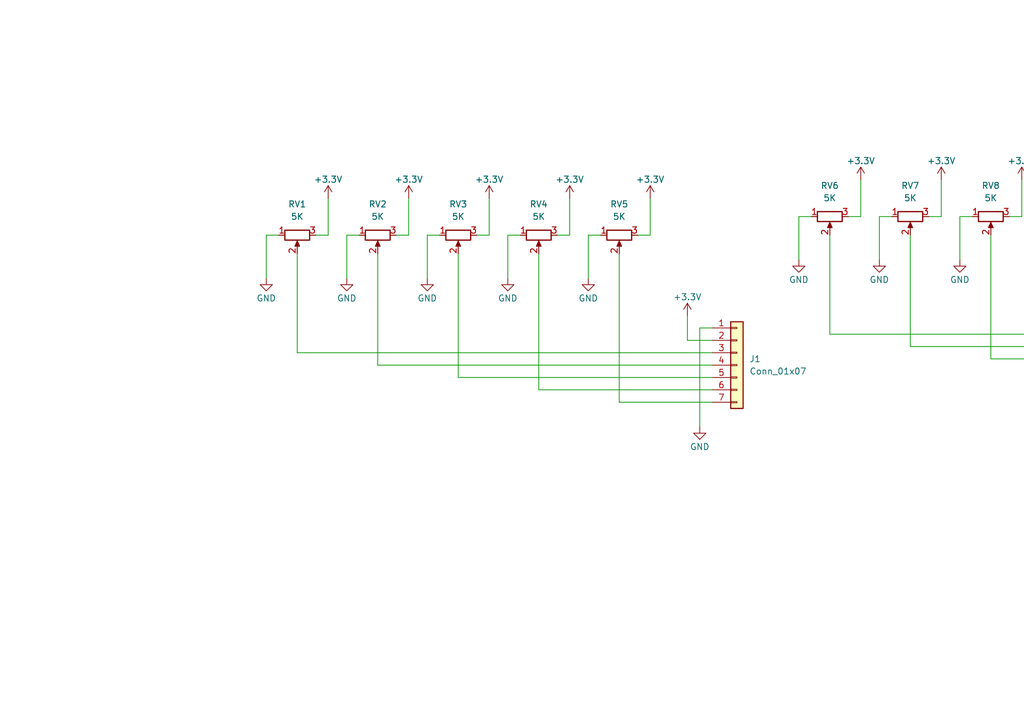
<source format=kicad_sch>
(kicad_sch (version 20231120) (generator "eeschema") (generator_version "8.0")
  (paper "A5")
  (lib_symbols
    (symbol "Connector_Generic:Conn_01x07" (pin_names (offset 1.016) hide)
      (property "Reference" "J" (at 0 10.16 0))
      (property "Value" "Conn_01x07" (at 0 -10.16 0))
      (symbol "Conn_01x07_1_1"
        (rectangle (start -1.27 -7.493) (end 0 -7.747) (stroke (width 0.1524)))
        (rectangle (start -1.27 -4.953) (end 0 -5.207) (stroke (width 0.1524)))
        (rectangle (start -1.27 -2.413) (end 0 -2.667) (stroke (width 0.1524)))
        (rectangle (start -1.27 0.127) (end 0 -0.127) (stroke (width 0.1524)))
        (rectangle (start -1.27 2.667) (end 0 2.413) (stroke (width 0.1524)))
        (rectangle (start -1.27 5.207) (end 0 4.953) (stroke (width 0.1524)))
        (rectangle (start -1.27 7.747) (end 0 7.493) (stroke (width 0.1524)))
        (rectangle (start -1.27 8.89) (end 1.27 -8.89) (stroke (width 0.254)) (fill (type background)))
        (pin passive line (at -5.08 7.62 0) (length 3.81) (name "Pin_1") (number "1"))
        (pin passive line (at -5.08 5.08 0) (length 3.81) (name "Pin_2") (number "2"))
        (pin passive line (at -5.08 2.54 0) (length 3.81) (name "Pin_3") (number "3"))
        (pin passive line (at -5.08 0 0) (length 3.81) (name "Pin_4") (number "4"))
        (pin passive line (at -5.08 -2.54 0) (length 3.81) (name "Pin_5") (number "5"))
        (pin passive line (at -5.08 -5.08 0) (length 3.81) (name "Pin_6") (number "6"))
        (pin passive line (at -5.08 -7.62 0) (length 3.81) (name "Pin_7") (number "7"))
      )
    )
    (symbol "Device:R_Potentiometer" (pin_names (offset 1.016) hide)
      (property "Reference" "RV" (at -4.445 0 90))
      (property "Value" "R_Potentiometer" (at -2.54 0 90))
      (symbol "R_Potentiometer_0_1"
        (polyline (pts (xy 2.54 0) (xy 1.524 0)))
        (polyline (pts (xy 1.143 0) (xy 2.286 0.508) (xy 2.286 -0.508) (xy 1.143 0)) (fill (type outline)))
        (rectangle (start 1.016 2.54) (end -1.016 -2.54) (stroke (width 0.254)))
      )
      (symbol "R_Potentiometer_1_1"
        (pin passive line (at 0 3.81 270) (length 1.27) (name "1") (number "1"))
        (pin passive line (at 3.81 0 180) (length 1.27) (name "2") (number "2"))
        (pin passive line (at 0 -3.81 90) (length 1.27) (name "3") (number "3"))
      )
    )
    (symbol "power:+3.3V" (power) (pin_numbers hide) (pin_names (offset 0) hide)
      (property "Value" "+3.3V" (at 0 3.556 0))
      (symbol "+3.3V_0_1"
        (polyline (pts (xy -0.762 1.27) (xy 0 2.54)))
        (polyline (pts (xy 0 0) (xy 0 2.54)))
        (polyline (pts (xy 0 2.54) (xy 0.762 1.27)))
      )
      (symbol "+3.3V_1_1"
        (pin power_in line (at 0 0 90) (length 0) (name "~") (number "1"))
      )
    )
    (symbol "power:GND" (power) (pin_numbers hide) (pin_names (offset 0) hide)
      (property "Value" "GND" (at 0 -3.81 0))
      (symbol "GND_0_1"
        (polyline (pts (xy 0 0) (xy 0 -1.27) (xy 1.27 -1.27) (xy 0 -2.54) (xy -1.27 -1.27) (xy 0 -1.27)))
      )
      (symbol "GND_1_1"
        (pin power_in line (at 0 0 270) (length 0) (name "~") (number "1"))
      )
    )
  )
  (wire (pts (xy 255.27 78.74) (xy 236.22 78.74)))
  (wire (pts (xy 146.05 72.39) (xy 60.96 72.39)))
  (wire (pts (xy 100.33 40.64) (xy 100.33 48.26)))
  (wire (pts (xy 60.96 72.39) (xy 60.96 52.07)))
  (wire (pts (xy 242.57 36.83) (xy 242.57 44.45)))
  (wire (pts (xy 83.82 40.64) (xy 83.82 48.26)))
  (wire (pts (xy 252.73 63.5) (xy 252.73 83.82)))
  (wire (pts (xy 223.52 44.45) (xy 226.06 44.45)))
  (wire (pts (xy 54.61 48.26) (xy 54.61 57.15)))
  (wire (pts (xy 146.05 80.01) (xy 110.49 80.01)))
  (wire (pts (xy 170.18 68.58) (xy 170.18 48.26)))
  (wire (pts (xy 64.77 48.26) (xy 67.31 48.26)))
  (wire (pts (xy 114.3 48.26) (xy 116.84 48.26)))
  (wire (pts (xy 215.9 44.45) (xy 213.36 44.45)))
  (wire (pts (xy 229.87 44.45) (xy 229.87 53.34)))
  (wire (pts (xy 180.34 44.45) (xy 180.34 53.34)))
  (wire (pts (xy 176.53 36.83) (xy 176.53 44.45)))
  (wire (pts (xy 127 82.55) (xy 127 52.07)))
  (wire (pts (xy 250.19 60.96) (xy 250.19 66.04)))
  (wire (pts (xy 57.15 48.26) (xy 54.61 48.26)))
  (wire (pts (xy 182.88 44.45) (xy 180.34 44.45)))
  (wire (pts (xy 143.51 67.31) (xy 143.51 87.63)))
  (wire (pts (xy 116.84 40.64) (xy 116.84 48.26)))
  (wire (pts (xy 90.17 48.26) (xy 87.63 48.26)))
  (wire (pts (xy 77.47 74.93) (xy 77.47 52.07)))
  (wire (pts (xy 81.28 48.26) (xy 83.82 48.26)))
  (wire (pts (xy 163.83 44.45) (xy 163.83 53.34)))
  (wire (pts (xy 71.12 48.26) (xy 71.12 57.15)))
  (wire (pts (xy 219.71 76.2) (xy 219.71 48.26)))
  (wire (pts (xy 255.27 76.2) (xy 219.71 76.2)))
  (wire (pts (xy 186.69 71.12) (xy 186.69 48.26)))
  (wire (pts (xy 146.05 69.85) (xy 140.97 69.85)))
  (wire (pts (xy 240.03 44.45) (xy 242.57 44.45)))
  (wire (pts (xy 146.05 74.93) (xy 77.47 74.93)))
  (wire (pts (xy 226.06 36.83) (xy 226.06 44.45)))
  (wire (pts (xy 140.97 64.77) (xy 140.97 69.85)))
  (wire (pts (xy 203.2 73.66) (xy 203.2 48.26)))
  (wire (pts (xy 146.05 82.55) (xy 127 82.55)))
  (wire (pts (xy 133.35 40.64) (xy 133.35 48.26)))
  (wire (pts (xy 146.05 67.31) (xy 143.51 67.31)))
  (wire (pts (xy 209.55 36.83) (xy 209.55 44.45)))
  (wire (pts (xy 196.85 44.45) (xy 196.85 53.34)))
  (wire (pts (xy 255.27 73.66) (xy 203.2 73.66)))
  (wire (pts (xy 190.5 44.45) (xy 193.04 44.45)))
  (wire (pts (xy 232.41 44.45) (xy 229.87 44.45)))
  (wire (pts (xy 146.05 77.47) (xy 93.98 77.47)))
  (wire (pts (xy 97.79 48.26) (xy 100.33 48.26)))
  (wire (pts (xy 106.68 48.26) (xy 104.14 48.26)))
  (wire (pts (xy 255.27 71.12) (xy 186.69 71.12)))
  (wire (pts (xy 104.14 48.26) (xy 104.14 57.15)))
  (wire (pts (xy 199.39 44.45) (xy 196.85 44.45)))
  (wire (pts (xy 123.19 48.26) (xy 120.65 48.26)))
  (wire (pts (xy 207.01 44.45) (xy 209.55 44.45)))
  (wire (pts (xy 166.37 44.45) (xy 163.83 44.45)))
  (wire (pts (xy 255.27 68.58) (xy 170.18 68.58)))
  (wire (pts (xy 73.66 48.26) (xy 71.12 48.26)))
  (wire (pts (xy 193.04 36.83) (xy 193.04 44.45)))
  (wire (pts (xy 255.27 63.5) (xy 252.73 63.5)))
  (wire (pts (xy 87.63 48.26) (xy 87.63 57.15)))
  (wire (pts (xy 67.31 40.64) (xy 67.31 48.26)))
  (wire (pts (xy 110.49 80.01) (xy 110.49 52.07)))
  (wire (pts (xy 236.22 78.74) (xy 236.22 48.26)))
  (wire (pts (xy 213.36 44.45) (xy 213.36 53.34)))
  (wire (pts (xy 130.81 48.26) (xy 133.35 48.26)))
  (wire (pts (xy 173.99 44.45) (xy 176.53 44.45)))
  (wire (pts (xy 120.65 48.26) (xy 120.65 57.15)))
  (wire (pts (xy 255.27 66.04) (xy 250.19 66.04)))
  (wire (pts (xy 93.98 77.47) (xy 93.98 52.07)))
  (symbol (lib_id "Device:R_Potentiometer") (at 77.47 48.26 90) (mirror x) (unit 1)
    (property "Reference" "RV2" (at 77.47 41.91 90))
    (property "Value" "5K" (at 77.47 44.45 90))
    (property "Footprint" "Additional:WH148" (effects (hide yes)))
    (property "Description" "Potentiometer" (effects (hide yes)))
  )
  (symbol (lib_id "power:GND") (at 180.34 53.34 0) (unit 1)
    (property "Reference" "#PWR015" (effects (hide yes)))
    (property "Value" "GND" (at 180.34 57.404 0))
    (property "Description" "Power symbol creates a global label with name \"GND\" , ground" (effects (hide yes)))
  )
  (symbol (lib_id "Device:R_Potentiometer") (at 93.98 48.26 90) (mirror x) (unit 1)
    (property "Reference" "RV3" (at 93.98 41.91 90))
    (property "Value" "5K" (at 93.98 44.45 90))
    (property "Footprint" "Additional:WH148" (effects (hide yes)))
    (property "Description" "Potentiometer" (effects (hide yes)))
  )
  (symbol (lib_id "power:+3.3V") (at 67.31 40.64 0) (unit 1)
    (property "Reference" "#PWR01" (effects (hide yes)))
    (property "Value" "+3.3V" (at 67.31 36.83 0))
    (property "Description" "Power symbol creates a global label with name \"+3.3V\"" (effects (hide yes)))
  )
  (symbol (lib_id "power:+3.3V") (at 133.35 40.64 0) (unit 1)
    (property "Reference" "#PWR07" (effects (hide yes)))
    (property "Value" "+3.3V" (at 133.35 36.83 0))
    (property "Description" "Power symbol creates a global label with name \"+3.3V\"" (effects (hide yes)))
  )
  (symbol (lib_id "Device:R_Potentiometer") (at 236.22 44.45 90) (mirror x) (unit 1)
    (property "Reference" "RV10" (at 236.22 38.1 90))
    (property "Value" "5K" (at 236.22 40.64 90))
    (property "Footprint" "Additional:WH148" (effects (hide yes)))
    (property "Description" "Potentiometer" (effects (hide yes)))
  )
  (symbol (lib_id "power:GND") (at 163.83 53.34 0) (unit 1)
    (property "Reference" "#PWR013" (effects (hide yes)))
    (property "Value" "GND" (at 163.83 57.404 0))
    (property "Description" "Power symbol creates a global label with name \"GND\" , ground" (effects (hide yes)))
  )
  (symbol (lib_id "power:+3.3V") (at 100.33 40.64 0) (unit 1)
    (property "Reference" "#PWR05" (effects (hide yes)))
    (property "Value" "+3.3V" (at 100.33 36.83 0))
    (property "Description" "Power symbol creates a global label with name \"+3.3V\"" (effects (hide yes)))
  )
  (symbol (lib_id "power:GND") (at 252.73 83.82 0) (unit 1)
    (property "Reference" "#PWR024" (effects (hide yes)))
    (property "Value" "GND" (at 252.73 87.884 0))
    (property "Description" "Power symbol creates a global label with name \"GND\" , ground" (effects (hide yes)))
  )
  (symbol (lib_id "power:GND") (at 87.63 57.15 0) (unit 1)
    (property "Reference" "#PWR08" (effects (hide yes)))
    (property "Value" "GND" (at 87.63 61.214 0))
    (property "Description" "Power symbol creates a global label with name \"GND\" , ground" (effects (hide yes)))
  )
  (symbol (lib_id "power:+3.3V") (at 250.19 60.96 0) (unit 1)
    (property "Reference" "#PWR023" (effects (hide yes)))
    (property "Value" "+3.3V" (at 250.19 57.15 0))
    (property "Description" "Power symbol creates a global label with name \"+3.3V\"" (effects (hide yes)))
  )
  (symbol (lib_id "power:GND") (at 143.51 87.63 0) (unit 1)
    (property "Reference" "#PWR011" (effects (hide yes)))
    (property "Value" "GND" (at 143.51 91.694 0))
    (property "Description" "Power symbol creates a global label with name \"GND\" , ground" (effects (hide yes)))
  )
  (symbol (lib_id "power:GND") (at 120.65 57.15 0) (unit 1)
    (property "Reference" "#PWR010" (effects (hide yes)))
    (property "Value" "GND" (at 120.65 61.214 0))
    (property "Description" "Power symbol creates a global label with name \"GND\" , ground" (effects (hide yes)))
  )
  (symbol (lib_id "power:+3.3V") (at 209.55 36.83 0) (unit 1)
    (property "Reference" "#PWR018" (effects (hide yes)))
    (property "Value" "+3.3V" (at 209.55 33.02 0))
    (property "Description" "Power symbol creates a global label with name \"+3.3V\"" (effects (hide yes)))
  )
  (symbol (lib_id "Device:R_Potentiometer") (at 110.49 48.26 90) (mirror x) (unit 1)
    (property "Reference" "RV4" (at 110.49 41.91 90))
    (property "Value" "5K" (at 110.49 44.45 90))
    (property "Footprint" "Additional:WH148" (effects (hide yes)))
    (property "Description" "Potentiometer" (effects (hide yes)))
  )
  (symbol (lib_id "power:+3.3V") (at 193.04 36.83 0) (unit 1)
    (property "Reference" "#PWR016" (effects (hide yes)))
    (property "Value" "+3.3V" (at 193.04 33.02 0))
    (property "Description" "Power symbol creates a global label with name \"+3.3V\"" (effects (hide yes)))
  )
  (symbol (lib_id "power:GND") (at 54.61 57.15 0) (unit 1)
    (property "Reference" "#PWR02" (effects (hide yes)))
    (property "Value" "GND" (at 54.61 61.214 0))
    (property "Description" "Power symbol creates a global label with name \"GND\" , ground" (effects (hide yes)))
  )
  (symbol (lib_id "power:GND") (at 229.87 53.34 0) (unit 1)
    (property "Reference" "#PWR021" (effects (hide yes)))
    (property "Value" "GND" (at 229.87 57.404 0))
    (property "Description" "Power symbol creates a global label with name \"GND\" , ground" (effects (hide yes)))
  )
  (symbol (lib_id "Connector_Generic:Conn_01x07") (at 151.13 74.93 0) (unit 1)
    (property "Reference" "J1" (at 153.67 73.6599 0) (effects (justify left)))
    (property "Value" "Conn_01x07" (at 153.67 76.1999 0) (effects (justify left)))
    (property "Footprint" "Connector_JST:JST_PH_B7B-PH-K_1x07_P2.00mm_Vertical" (effects (hide yes)))
    (property "Description" "Generic connector, single row, 01x07, script generated (kicad-library-utils/schlib/autogen/connector/)" (effects (hide yes)))
  )
  (symbol (lib_id "Device:R_Potentiometer") (at 170.18 44.45 90) (mirror x) (unit 1)
    (property "Reference" "RV6" (at 170.18 38.1 90))
    (property "Value" "5K" (at 170.18 40.64 90))
    (property "Footprint" "Additional:WH148" (effects (hide yes)))
    (property "Description" "Potentiometer" (effects (hide yes)))
  )
  (symbol (lib_id "Device:R_Potentiometer") (at 127 48.26 90) (mirror x) (unit 1)
    (property "Reference" "RV5" (at 127 41.91 90))
    (property "Value" "5K" (at 127 44.45 90))
    (property "Footprint" "Additional:WH148" (effects (hide yes)))
    (property "Description" "Potentiometer" (effects (hide yes)))
  )
  (symbol (lib_id "power:+3.3V") (at 116.84 40.64 0) (unit 1)
    (property "Reference" "#PWR06" (effects (hide yes)))
    (property "Value" "+3.3V" (at 116.84 36.83 0))
    (property "Description" "Power symbol creates a global label with name \"+3.3V\"" (effects (hide yes)))
  )
  (symbol (lib_id "Device:R_Potentiometer") (at 186.69 44.45 90) (mirror x) (unit 1)
    (property "Reference" "RV7" (at 186.69 38.1 90))
    (property "Value" "5K" (at 186.69 40.64 90))
    (property "Footprint" "Additional:WH148" (effects (hide yes)))
    (property "Description" "Potentiometer" (effects (hide yes)))
  )
  (symbol (lib_id "power:GND") (at 196.85 53.34 0) (unit 1)
    (property "Reference" "#PWR017" (effects (hide yes)))
    (property "Value" "GND" (at 196.85 57.404 0))
    (property "Description" "Power symbol creates a global label with name \"GND\" , ground" (effects (hide yes)))
  )
  (symbol (lib_id "Connector_Generic:Conn_01x07") (at 260.35 71.12 0) (unit 1)
    (property "Reference" "J2" (at 262.89 69.8499 0) (effects (justify left)))
    (property "Value" "Conn_01x07" (at 262.89 72.3899 0) (effects (justify left)))
    (property "Footprint" "Connector_JST:JST_PH_B7B-PH-K_1x07_P2.00mm_Vertical" (effects (hide yes)))
    (property "Description" "Generic connector, single row, 01x07, script generated (kicad-library-utils/schlib/autogen/connector/)" (effects (hide yes)))
  )
  (symbol (lib_id "power:+3.3V") (at 83.82 40.64 0) (unit 1)
    (property "Reference" "#PWR04" (effects (hide yes)))
    (property "Value" "+3.3V" (at 83.82 36.83 0))
    (property "Description" "Power symbol creates a global label with name \"+3.3V\"" (effects (hide yes)))
  )
  (symbol (lib_id "power:+3.3V") (at 242.57 36.83 0) (unit 1)
    (property "Reference" "#PWR022" (effects (hide yes)))
    (property "Value" "+3.3V" (at 242.57 33.02 0))
    (property "Description" "Power symbol creates a global label with name \"+3.3V\"" (effects (hide yes)))
  )
  (symbol (lib_id "Device:R_Potentiometer") (at 60.96 48.26 90) (mirror x) (unit 1)
    (property "Reference" "RV1" (at 60.96 41.91 90))
    (property "Value" "5K" (at 60.96 44.45 90))
    (property "Footprint" "Additional:WH148" (effects (hide yes)))
    (property "Description" "Potentiometer" (effects (hide yes)))
  )
  (symbol (lib_id "power:+3.3V") (at 140.97 64.77 0) (unit 1)
    (property "Reference" "#PWR012" (effects (hide yes)))
    (property "Value" "+3.3V" (at 140.97 60.96 0))
    (property "Description" "Power symbol creates a global label with name \"+3.3V\"" (effects (hide yes)))
  )
  (symbol (lib_id "power:GND") (at 213.36 53.34 0) (unit 1)
    (property "Reference" "#PWR019" (effects (hide yes)))
    (property "Value" "GND" (at 213.36 57.404 0))
    (property "Description" "Power symbol creates a global label with name \"GND\" , ground" (effects (hide yes)))
  )
  (symbol (lib_id "power:+3.3V") (at 176.53 36.83 0) (unit 1)
    (property "Reference" "#PWR014" (effects (hide yes)))
    (property "Value" "+3.3V" (at 176.53 33.02 0))
    (property "Description" "Power symbol creates a global label with name \"+3.3V\"" (effects (hide yes)))
  )
  (symbol (lib_id "Device:R_Potentiometer") (at 219.71 44.45 90) (mirror x) (unit 1)
    (property "Reference" "RV9" (at 219.71 38.1 90))
    (property "Value" "5K" (at 219.71 40.64 90))
    (property "Footprint" "Additional:WH148" (effects (hide yes)))
    (property "Description" "Potentiometer" (effects (hide yes)))
  )
  (symbol (lib_id "Device:R_Potentiometer") (at 203.2 44.45 90) (mirror x) (unit 1)
    (property "Reference" "RV8" (at 203.2 38.1 90))
    (property "Value" "5K" (at 203.2 40.64 90))
    (property "Footprint" "Additional:WH148" (effects (hide yes)))
    (property "Description" "Potentiometer" (effects (hide yes)))
  )
  (symbol (lib_id "power:GND") (at 104.14 57.15 0) (unit 1)
    (property "Reference" "#PWR09" (effects (hide yes)))
    (property "Value" "GND" (at 104.14 61.214 0))
    (property "Description" "Power symbol creates a global label with name \"GND\" , ground" (effects (hide yes)))
  )
  (symbol (lib_id "power:+3.3V") (at 226.06 36.83 0) (unit 1)
    (property "Reference" "#PWR020" (effects (hide yes)))
    (property "Value" "+3.3V" (at 226.06 33.02 0))
    (property "Description" "Power symbol creates a global label with name \"+3.3V\"" (effects (hide yes)))
  )
  (symbol (lib_id "power:GND") (at 71.12 57.15 0) (unit 1)
    (property "Reference" "#PWR03" (effects (hide yes)))
    (property "Value" "GND" (at 71.12 61.214 0))
    (property "Description" "Power symbol creates a global label with name \"GND\" , ground" (effects (hide yes)))
  )
)
</source>
